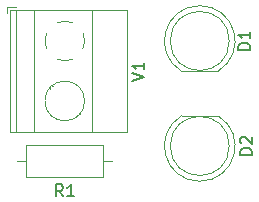
<source format=gbr>
%TF.GenerationSoftware,KiCad,Pcbnew,5.1.6-c6e7f7d~87~ubuntu20.04.1*%
%TF.CreationDate,2020-09-28T16:47:58-03:00*%
%TF.ProjectId,2-leds,322d6c65-6473-42e6-9b69-6361645f7063,rev?*%
%TF.SameCoordinates,Original*%
%TF.FileFunction,Legend,Top*%
%TF.FilePolarity,Positive*%
%FSLAX46Y46*%
G04 Gerber Fmt 4.6, Leading zero omitted, Abs format (unit mm)*
G04 Created by KiCad (PCBNEW 5.1.6-c6e7f7d~87~ubuntu20.04.1) date 2020-09-28 16:47:58*
%MOMM*%
%LPD*%
G01*
G04 APERTURE LIST*
%ADD10C,0.120000*%
%ADD11C,0.150000*%
G04 APERTURE END LIST*
D10*
%TO.C,D1*%
X77195000Y-47010000D02*
X80285000Y-47010000D01*
X81240000Y-44450000D02*
G75*
G03*
X81240000Y-44450000I-2500000J0D01*
G01*
X78740462Y-41460000D02*
G75*
G03*
X77195170Y-47010000I-462J-2990000D01*
G01*
X78739538Y-41460000D02*
G75*
G02*
X80284830Y-47010000I462J-2990000D01*
G01*
%TO.C,D2*%
X78740462Y-56330000D02*
G75*
G02*
X77195170Y-50780000I-462J2990000D01*
G01*
X78739538Y-56330000D02*
G75*
G03*
X80284830Y-50780000I462J2990000D01*
G01*
X81240000Y-53340000D02*
G75*
G03*
X81240000Y-53340000I-2500000J0D01*
G01*
X80285000Y-50780000D02*
X77195000Y-50780000D01*
%TO.C,R1*%
X71350000Y-54610000D02*
X70580000Y-54610000D01*
X63270000Y-54610000D02*
X64040000Y-54610000D01*
X70580000Y-53240000D02*
X64040000Y-53240000D01*
X70580000Y-55980000D02*
X70580000Y-53240000D01*
X64040000Y-55980000D02*
X70580000Y-55980000D01*
X64040000Y-53240000D02*
X64040000Y-55980000D01*
%TO.C,V1*%
X62410000Y-41610000D02*
X62410000Y-42110000D01*
X63150000Y-41610000D02*
X62410000Y-41610000D01*
X66287000Y-48303000D02*
X66241000Y-48256000D01*
X68585000Y-50600000D02*
X68549000Y-50565000D01*
X66071000Y-48496000D02*
X66036000Y-48461000D01*
X68379000Y-50805000D02*
X68333000Y-50758000D01*
X72571000Y-52130000D02*
X62650000Y-52130000D01*
X72571000Y-41850000D02*
X62650000Y-41850000D01*
X62650000Y-41850000D02*
X62650000Y-52130000D01*
X72571000Y-41850000D02*
X72571000Y-52130000D01*
X69611000Y-41850000D02*
X69611000Y-52130000D01*
X64710000Y-41850000D02*
X64710000Y-52130000D01*
X63210000Y-41850000D02*
X63210000Y-52130000D01*
X68990000Y-49530000D02*
G75*
G03*
X68990000Y-49530000I-1680000J0D01*
G01*
X65775244Y-45133318D02*
G75*
G02*
X65630000Y-44450000I1534756J683318D01*
G01*
X67993042Y-45985426D02*
G75*
G02*
X66626000Y-45985000I-683042J1535426D01*
G01*
X68845426Y-43766958D02*
G75*
G02*
X68845000Y-45134000I-1535426J-683042D01*
G01*
X66626958Y-42914574D02*
G75*
G02*
X67994000Y-42915000I683042J-1535426D01*
G01*
X65629747Y-44478805D02*
G75*
G02*
X65775000Y-43766000I1680253J28805D01*
G01*
%TO.C,D1*%
D11*
X83002380Y-45188095D02*
X82002380Y-45188095D01*
X82002380Y-44950000D01*
X82050000Y-44807142D01*
X82145238Y-44711904D01*
X82240476Y-44664285D01*
X82430952Y-44616666D01*
X82573809Y-44616666D01*
X82764285Y-44664285D01*
X82859523Y-44711904D01*
X82954761Y-44807142D01*
X83002380Y-44950000D01*
X83002380Y-45188095D01*
X83002380Y-43664285D02*
X83002380Y-44235714D01*
X83002380Y-43950000D02*
X82002380Y-43950000D01*
X82145238Y-44045238D01*
X82240476Y-44140476D01*
X82288095Y-44235714D01*
%TO.C,D2*%
X83152380Y-54078095D02*
X82152380Y-54078095D01*
X82152380Y-53840000D01*
X82200000Y-53697142D01*
X82295238Y-53601904D01*
X82390476Y-53554285D01*
X82580952Y-53506666D01*
X82723809Y-53506666D01*
X82914285Y-53554285D01*
X83009523Y-53601904D01*
X83104761Y-53697142D01*
X83152380Y-53840000D01*
X83152380Y-54078095D01*
X82247619Y-53125714D02*
X82200000Y-53078095D01*
X82152380Y-52982857D01*
X82152380Y-52744761D01*
X82200000Y-52649523D01*
X82247619Y-52601904D01*
X82342857Y-52554285D01*
X82438095Y-52554285D01*
X82580952Y-52601904D01*
X83152380Y-53173333D01*
X83152380Y-52554285D01*
%TO.C,R1*%
X67143333Y-57602380D02*
X66810000Y-57126190D01*
X66571904Y-57602380D02*
X66571904Y-56602380D01*
X66952857Y-56602380D01*
X67048095Y-56650000D01*
X67095714Y-56697619D01*
X67143333Y-56792857D01*
X67143333Y-56935714D01*
X67095714Y-57030952D01*
X67048095Y-57078571D01*
X66952857Y-57126190D01*
X66571904Y-57126190D01*
X68095714Y-57602380D02*
X67524285Y-57602380D01*
X67810000Y-57602380D02*
X67810000Y-56602380D01*
X67714761Y-56745238D01*
X67619523Y-56840476D01*
X67524285Y-56888095D01*
%TO.C,V1*%
X73022380Y-47799523D02*
X74022380Y-47466190D01*
X73022380Y-47132857D01*
X74022380Y-46275714D02*
X74022380Y-46847142D01*
X74022380Y-46561428D02*
X73022380Y-46561428D01*
X73165238Y-46656666D01*
X73260476Y-46751904D01*
X73308095Y-46847142D01*
%TD*%
M02*

</source>
